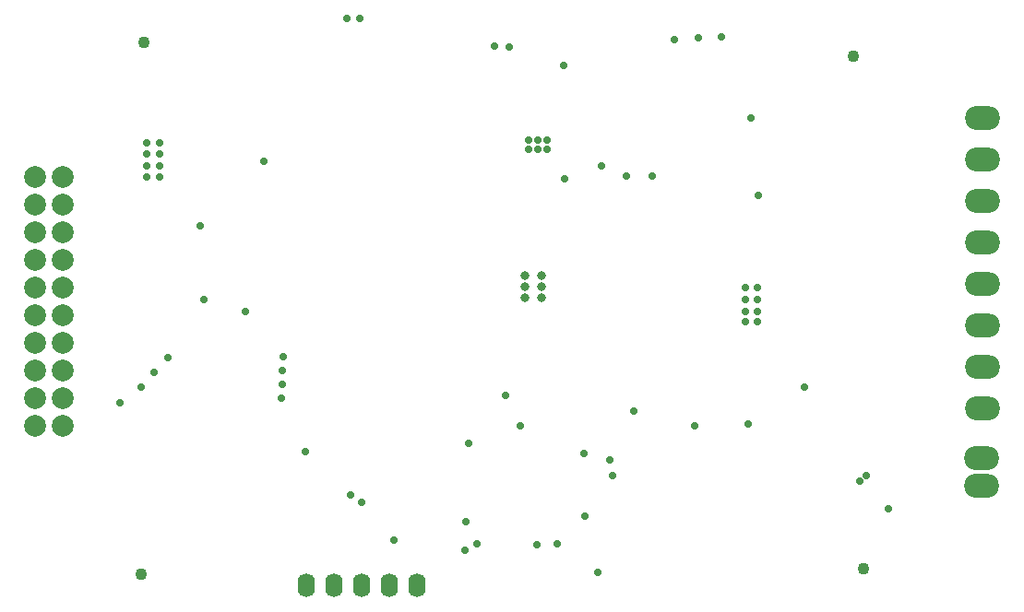
<source format=gbs>
G04*
G04 #@! TF.GenerationSoftware,Altium Limited,Altium Designer,23.8.1 (32)*
G04*
G04 Layer_Color=16711935*
%FSLAX44Y44*%
%MOMM*%
G71*
G04*
G04 #@! TF.SameCoordinates,5CA60E89-82B3-479B-9089-D34F769FB2F0*
G04*
G04*
G04 #@! TF.FilePolarity,Negative*
G04*
G01*
G75*
%ADD58C,1.1000*%
%ADD63O,1.6000X2.2000*%
%ADD64O,3.2032X2.2032*%
%ADD65C,2.0032*%
%ADD66C,0.8032*%
%ADD67C,0.7000*%
D58*
X804926Y34544D02*
D03*
X144526Y518160D02*
D03*
X141986Y29718D02*
D03*
X796036Y505460D02*
D03*
D63*
X293624Y19050D02*
D03*
X319024D02*
D03*
X344424D02*
D03*
X369824D02*
D03*
X395224D02*
D03*
D64*
X913130Y110490D02*
D03*
Y135890D02*
D03*
X914400Y182160D02*
D03*
Y220260D02*
D03*
Y258360D02*
D03*
Y296460D02*
D03*
Y334560D02*
D03*
Y372660D02*
D03*
Y410760D02*
D03*
Y448860D02*
D03*
D65*
X70322Y394252D02*
D03*
Y368852D02*
D03*
Y343452D02*
D03*
Y318052D02*
D03*
Y292652D02*
D03*
Y267252D02*
D03*
Y241852D02*
D03*
Y216452D02*
D03*
Y191052D02*
D03*
Y165652D02*
D03*
X44922Y394252D02*
D03*
Y368852D02*
D03*
Y343452D02*
D03*
Y318052D02*
D03*
Y292652D02*
D03*
Y267252D02*
D03*
Y241852D02*
D03*
Y216452D02*
D03*
Y191052D02*
D03*
Y165652D02*
D03*
D66*
X493981Y283464D02*
D03*
Y293624D02*
D03*
Y303784D02*
D03*
X509221D02*
D03*
Y293624D02*
D03*
Y283464D02*
D03*
D67*
X199644Y281432D02*
D03*
X237998Y270764D02*
D03*
X827446Y89662D02*
D03*
X530352Y392684D02*
D03*
X514858Y419862D02*
D03*
X506349D02*
D03*
X497840D02*
D03*
X514858Y427736D02*
D03*
X506349D02*
D03*
X497840D02*
D03*
X631190Y520446D02*
D03*
X529844Y497078D02*
D03*
X702056Y448564D02*
D03*
X158750Y394208D02*
D03*
Y404114D02*
D03*
Y415036D02*
D03*
Y425450D02*
D03*
X147066D02*
D03*
Y415036D02*
D03*
Y404114D02*
D03*
Y394208D02*
D03*
X696214Y261112D02*
D03*
Y271018D02*
D03*
Y281940D02*
D03*
Y292354D02*
D03*
X707898D02*
D03*
Y281940D02*
D03*
Y271018D02*
D03*
Y261112D02*
D03*
X650240Y165608D02*
D03*
X807212Y119634D02*
D03*
X564388Y404368D02*
D03*
X593852Y179070D02*
D03*
X699262Y167386D02*
D03*
X750570Y200914D02*
D03*
X801370Y115062D02*
D03*
X254262Y408800D02*
D03*
X342646Y539750D02*
D03*
X330962Y540004D02*
D03*
X479552Y513842D02*
D03*
X466598Y514096D02*
D03*
X653542Y522478D02*
D03*
X611378Y394716D02*
D03*
X587502Y394970D02*
D03*
X574802Y119888D02*
D03*
X571754Y134366D02*
D03*
X439420Y51308D02*
D03*
X440182Y77216D02*
D03*
X449834Y57658D02*
D03*
X490260Y165902D02*
D03*
X505206Y56388D02*
D03*
X708660Y377444D02*
D03*
X524256Y57404D02*
D03*
X561340Y30988D02*
D03*
X373634Y60960D02*
D03*
X476250Y193548D02*
D03*
X548132Y140208D02*
D03*
X548894Y83058D02*
D03*
X122936Y186944D02*
D03*
X442976Y149606D02*
D03*
X293116Y141986D02*
D03*
X272542Y229506D02*
D03*
X271272Y216506D02*
D03*
X271018Y190754D02*
D03*
X271272Y203708D02*
D03*
X334518Y102004D02*
D03*
X344678Y95504D02*
D03*
X141732Y201422D02*
D03*
X154178Y214630D02*
D03*
X166370Y228600D02*
D03*
X196262Y349460D02*
D03*
X674370Y522986D02*
D03*
M02*

</source>
